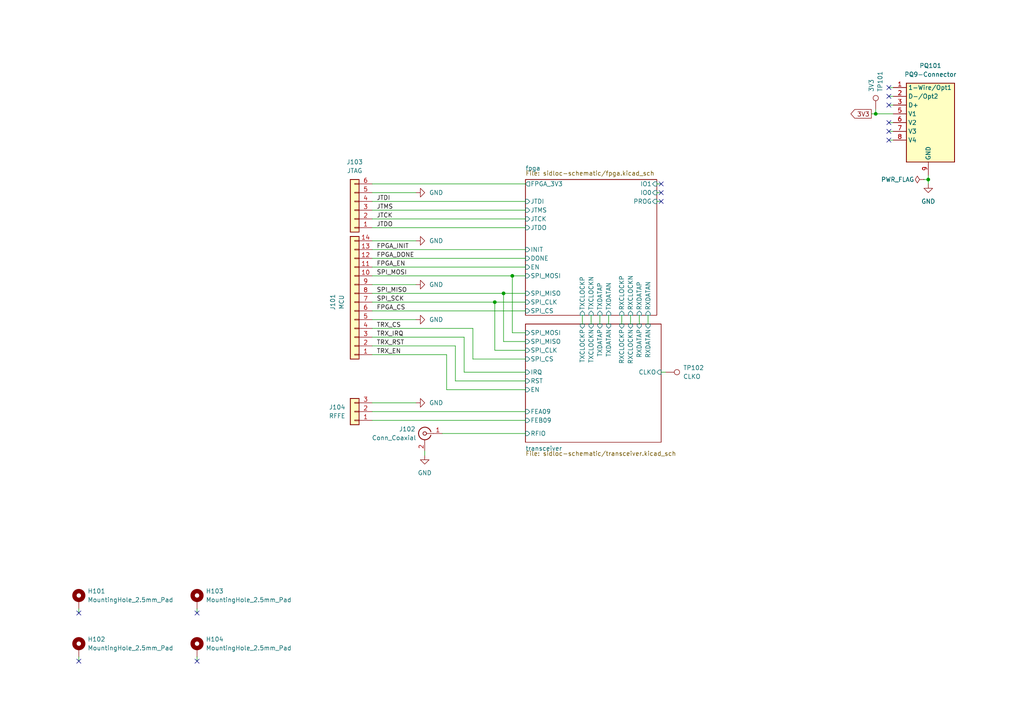
<source format=kicad_sch>
(kicad_sch (version 20211123) (generator eeschema)
  (paper "A4")
  (title_block (title "SIDLOC Transceiver") (company "Libre Space Foundation") (comment 1 "CERN OHL version 2 - Strongly Reciprocal"))
  (lib_symbols
    (symbol "Connector:Conn_Coaxial" (pin_names (offset 1.016) hide)
      (property "Reference" "J" (at 0.254 3.048 0))
      (property "Value" "Conn_Coaxial" (at 2.921 0 90))
      (symbol "Conn_Coaxial_0_1"
        (arc (start -1.778 -0.508) (mid 0.2311 -1.8066) (end 1.778 0) (stroke (width 0.254)))
        (polyline (pts (xy -2.54 0) (xy -0.508 0)))
        (polyline (pts (xy 0 -2.54) (xy 0 -1.778)))
        (circle (center 0 0) (radius 0.508) (stroke (width 0.2032)))
        (arc (start 1.778 0) (mid 0.2099 1.8101) (end -1.778 0.508) (stroke (width 0.254)))
      )
      (symbol "Conn_Coaxial_1_1"
        (pin passive line (at -5.08 0 0) (length 2.54) (name "In") (number "1"))
        (pin passive line (at 0 -5.08 90) (length 2.54) (name "Ext") (number "2"))
      )
    )
    (symbol "Connector:TestPoint" (pin_numbers hide) (pin_names (offset 0.762) hide)
      (property "Reference" "TP" (at 0 6.858 0))
      (property "Value" "TestPoint" (at 0 5.08 0))
      (symbol "TestPoint_0_1"
        (circle (center 0 3.302) (radius 0.762))
      )
      (symbol "TestPoint_1_1"
        (pin passive line (at 0 0 90) (length 2.54) (name "1") (number "1"))
      )
    )
    (symbol "Connector_Generic:Conn_01x03" (pin_names (offset 1.016) hide)
      (property "Reference" "J" (at 0 5.08 0))
      (property "Value" "Conn_01x03" (at 0 -5.08 0))
      (symbol "Conn_01x03_1_1"
        (rectangle (start -1.27 -2.413) (end 0 -2.667) (stroke (width 0.1524)))
        (rectangle (start -1.27 0.127) (end 0 -0.127) (stroke (width 0.1524)))
        (rectangle (start -1.27 2.667) (end 0 2.413) (stroke (width 0.1524)))
        (rectangle (start -1.27 3.81) (end 1.27 -3.81) (stroke (width 0.254)) (fill (type background)))
        (pin passive line (at -5.08 2.54 0) (length 3.81) (name "Pin_1") (number "1"))
        (pin passive line (at -5.08 0 0) (length 3.81) (name "Pin_2") (number "2"))
        (pin passive line (at -5.08 -2.54 0) (length 3.81) (name "Pin_3") (number "3"))
      )
    )
    (symbol "Connector_Generic:Conn_01x06" (pin_names (offset 1.016) hide)
      (property "Reference" "J" (at 0 7.62 0))
      (property "Value" "Conn_01x06" (at 0 -10.16 0))
      (symbol "Conn_01x06_1_1"
        (rectangle (start -1.27 -7.493) (end 0 -7.747) (stroke (width 0.1524)))
        (rectangle (start -1.27 -4.953) (end 0 -5.207) (stroke (width 0.1524)))
        (rectangle (start -1.27 -2.413) (end 0 -2.667) (stroke (width 0.1524)))
        (rectangle (start -1.27 0.127) (end 0 -0.127) (stroke (width 0.1524)))
        (rectangle (start -1.27 2.667) (end 0 2.413) (stroke (width 0.1524)))
        (rectangle (start -1.27 5.207) (end 0 4.953) (stroke (width 0.1524)))
        (rectangle (start -1.27 6.35) (end 1.27 -8.89) (stroke (width 0.254)) (fill (type background)))
        (pin passive line (at -5.08 5.08 0) (length 3.81) (name "Pin_1") (number "1"))
        (pin passive line (at -5.08 2.54 0) (length 3.81) (name "Pin_2") (number "2"))
        (pin passive line (at -5.08 0 0) (length 3.81) (name "Pin_3") (number "3"))
        (pin passive line (at -5.08 -2.54 0) (length 3.81) (name "Pin_4") (number "4"))
        (pin passive line (at -5.08 -5.08 0) (length 3.81) (name "Pin_5") (number "5"))
        (pin passive line (at -5.08 -7.62 0) (length 3.81) (name "Pin_6") (number "6"))
      )
    )
    (symbol "Connector_Generic:Conn_01x14" (pin_names (offset 1.016) hide)
      (property "Reference" "J" (at 0 17.78 0))
      (property "Value" "Conn_01x14" (at 0 -20.32 0))
      (symbol "Conn_01x14_1_1"
        (rectangle (start -1.27 -17.653) (end 0 -17.907) (stroke (width 0.1524)))
        (rectangle (start -1.27 -15.113) (end 0 -15.367) (stroke (width 0.1524)))
        (rectangle (start -1.27 -12.573) (end 0 -12.827) (stroke (width 0.1524)))
        (rectangle (start -1.27 -10.033) (end 0 -10.287) (stroke (width 0.1524)))
        (rectangle (start -1.27 -7.493) (end 0 -7.747) (stroke (width 0.1524)))
        (rectangle (start -1.27 -4.953) (end 0 -5.207) (stroke (width 0.1524)))
        (rectangle (start -1.27 -2.413) (end 0 -2.667) (stroke (width 0.1524)))
        (rectangle (start -1.27 0.127) (end 0 -0.127) (stroke (width 0.1524)))
        (rectangle (start -1.27 2.667) (end 0 2.413) (stroke (width 0.1524)))
        (rectangle (start -1.27 5.207) (end 0 4.953) (stroke (width 0.1524)))
        (rectangle (start -1.27 7.747) (end 0 7.493) (stroke (width 0.1524)))
        (rectangle (start -1.27 10.287) (end 0 10.033) (stroke (width 0.1524)))
        (rectangle (start -1.27 12.827) (end 0 12.573) (stroke (width 0.1524)))
        (rectangle (start -1.27 15.367) (end 0 15.113) (stroke (width 0.1524)))
        (rectangle (start -1.27 16.51) (end 1.27 -19.05) (stroke (width 0.254)) (fill (type background)))
        (pin passive line (at -5.08 15.24 0) (length 3.81) (name "Pin_1") (number "1"))
        (pin passive line (at -5.08 -7.62 0) (length 3.81) (name "Pin_10") (number "10"))
        (pin passive line (at -5.08 -10.16 0) (length 3.81) (name "Pin_11") (number "11"))
        (pin passive line (at -5.08 -12.7 0) (length 3.81) (name "Pin_12") (number "12"))
        (pin passive line (at -5.08 -15.24 0) (length 3.81) (name "Pin_13") (number "13"))
        (pin passive line (at -5.08 -17.78 0) (length 3.81) (name "Pin_14") (number "14"))
        (pin passive line (at -5.08 12.7 0) (length 3.81) (name "Pin_2") (number "2"))
        (pin passive line (at -5.08 10.16 0) (length 3.81) (name "Pin_3") (number "3"))
        (pin passive line (at -5.08 7.62 0) (length 3.81) (name "Pin_4") (number "4"))
        (pin passive line (at -5.08 5.08 0) (length 3.81) (name "Pin_5") (number "5"))
        (pin passive line (at -5.08 2.54 0) (length 3.81) (name "Pin_6") (number "6"))
        (pin passive line (at -5.08 0 0) (length 3.81) (name "Pin_7") (number "7"))
        (pin passive line (at -5.08 -2.54 0) (length 3.81) (name "Pin_8") (number "8"))
        (pin passive line (at -5.08 -5.08 0) (length 3.81) (name "Pin_9") (number "9"))
      )
    )
    (symbol "Mechanical:MountingHole_Pad" (pin_numbers hide) (pin_names (offset 1.016) hide)
      (property "Reference" "H" (at 0 6.35 0))
      (property "Value" "MountingHole_Pad" (at 0 4.445 0))
      (symbol "MountingHole_Pad_0_1"
        (circle (center 0 1.27) (radius 1.27) (stroke (width 1.27)))
      )
      (symbol "MountingHole_Pad_1_1"
        (pin input line (at 0 -2.54 90) (length 2.54) (name "1") (number "1"))
      )
    )
    (symbol "lsf-kicad:PQ9-Connector"
      (property "Reference" "PQ" (at -3.81 12.7 0))
      (property "Value" "PQ9-Connector" (at 7.62 12.7 0))
      (symbol "PQ9-Connector_0_1"
        (rectangle (start -6.35 11.43) (end 7.62 -11.43) (stroke (width 0.254)) (fill (type background)))
      )
      (symbol "PQ9-Connector_1_1"
        (pin bidirectional line (at -10.16 10.16 0) (length 3.81) (name "1-Wire/Opt1") (number "1"))
        (pin bidirectional line (at -10.16 7.62 0) (length 3.81) (name "D-/Opt2") (number "2"))
        (pin bidirectional line (at -10.16 5.08 0) (length 3.81) (name "D+") (number "3"))
        (pin passive line (at 0 -15.24 90) (length 3.81) hide (name "GND") (number "4"))
        (pin power_out line (at -10.16 2.54 0) (length 3.81) (name "V1") (number "5"))
        (pin power_out line (at -10.16 0 0) (length 3.81) (name "V2") (number "6"))
        (pin power_out line (at -10.16 -2.54 0) (length 3.81) (name "V3") (number "7"))
        (pin power_out line (at -10.16 -5.08 0) (length 3.81) (name "V4") (number "8"))
        (pin power_in line (at 0 -15.24 90) (length 3.81) (name "GND") (number "9"))
      )
    )
    (symbol "power:GND" (power) (pin_names (offset 0))
      (property "Value" "GND" (at 0 -3.81 0))
      (symbol "GND_0_1"
        (polyline (pts (xy 0 0) (xy 0 -1.27) (xy 1.27 -1.27) (xy 0 -2.54) (xy -1.27 -1.27) (xy 0 -1.27)))
      )
      (symbol "GND_1_1"
        (pin power_in line (at 0 0 270) (length 0) hide (name "GND") (number "1"))
      )
    )
    (symbol "power:PWR_FLAG" (power) (pin_numbers hide) (pin_names (offset 0) hide)
      (property "Value" "PWR_FLAG" (at 0 3.81 0))
      (symbol "PWR_FLAG_0_0"
        (pin power_out line (at 0 0 90) (length 0) (name "pwr") (number "1"))
      )
      (symbol "PWR_FLAG_0_1"
        (polyline (pts (xy 0 0) (xy 0 1.27) (xy -1.016 1.905) (xy 0 2.54) (xy 1.016 1.905) (xy 0 1.27)))
      )
    )
  )
  (junction (at 143.51 87.63))
  (junction (at 146.05 85.09))
  (junction (at 254 33.02))
  (junction (at 148.59 80.01))
  (junction (at 269.24 52.07))
  (no_connect (at 22.86 177.8))
  (no_connect (at 22.86 191.77))
  (no_connect (at 57.15 177.8))
  (no_connect (at 57.15 191.77))
  (no_connect (at 191.77 53.34))
  (no_connect (at 191.77 55.88))
  (no_connect (at 191.77 58.42))
  (no_connect (at 257.81 35.56))
  (no_connect (at 257.81 27.94))
  (no_connect (at 257.81 30.48))
  (no_connect (at 257.81 25.4))
  (no_connect (at 257.81 40.64))
  (no_connect (at 257.81 38.1))
  (wire (pts (xy 107.95 63.5) (xy 152.4 63.5)))
  (wire (pts (xy 107.95 80.01) (xy 148.59 80.01)))
  (wire (pts (xy 269.24 52.07) (xy 267.97 52.07)))
  (wire (pts (xy 259.08 30.48) (xy 257.81 30.48)))
  (wire (pts (xy 180.34 91.44) (xy 180.34 93.98)))
  (wire (pts (xy 107.95 100.33) (xy 132.08 100.33)))
  (wire (pts (xy 57.15 176.53) (xy 57.15 177.8)))
  (wire (pts (xy 107.95 92.71) (xy 120.65 92.71)))
  (wire (pts (xy 129.54 113.03) (xy 152.4 113.03)))
  (wire (pts (xy 22.86 190.5) (xy 22.86 191.77)))
  (wire (pts (xy 134.62 97.79) (xy 134.62 107.95)))
  (wire (pts (xy 187.96 91.44) (xy 187.96 93.98)))
  (wire (pts (xy 107.95 53.34) (xy 152.4 53.34)))
  (wire (pts (xy 137.16 104.14) (xy 152.4 104.14)))
  (wire (pts (xy 107.95 55.88) (xy 120.65 55.88)))
  (wire (pts (xy 107.95 97.79) (xy 134.62 97.79)))
  (wire (pts (xy 148.59 96.52) (xy 148.59 80.01)))
  (wire (pts (xy 107.95 90.17) (xy 152.4 90.17)))
  (wire (pts (xy 148.59 96.52) (xy 152.4 96.52)))
  (wire (pts (xy 259.08 25.4) (xy 257.81 25.4)))
  (wire (pts (xy 22.86 176.53) (xy 22.86 177.8)))
  (wire (pts (xy 107.95 119.38) (xy 152.4 119.38)))
  (wire (pts (xy 259.08 27.94) (xy 257.81 27.94)))
  (wire (pts (xy 185.42 91.44) (xy 185.42 93.98)))
  (wire (pts (xy 146.05 85.09) (xy 152.4 85.09)))
  (wire (pts (xy 143.51 87.63) (xy 143.51 101.6)))
  (wire (pts (xy 107.95 116.84) (xy 120.65 116.84)))
  (wire (pts (xy 190.5 58.42) (xy 191.77 58.42)))
  (wire (pts (xy 259.08 40.64) (xy 257.81 40.64)))
  (wire (pts (xy 134.62 107.95) (xy 152.4 107.95)))
  (wire (pts (xy 168.91 91.44) (xy 168.91 93.98)))
  (wire (pts (xy 190.5 55.88) (xy 191.77 55.88)))
  (wire (pts (xy 259.08 33.02) (xy 254 33.02)))
  (wire (pts (xy 137.16 95.25) (xy 137.16 104.14)))
  (wire (pts (xy 107.95 85.09) (xy 146.05 85.09)))
  (wire (pts (xy 132.08 100.33) (xy 132.08 110.49)))
  (wire (pts (xy 132.08 110.49) (xy 152.4 110.49)))
  (wire (pts (xy 152.4 101.6) (xy 143.51 101.6)))
  (wire (pts (xy 152.4 80.01) (xy 148.59 80.01)))
  (wire (pts (xy 107.95 72.39) (xy 152.4 72.39)))
  (wire (pts (xy 182.88 91.44) (xy 182.88 93.98)))
  (wire (pts (xy 269.24 50.8) (xy 269.24 52.07)))
  (wire (pts (xy 176.53 91.44) (xy 176.53 93.98)))
  (wire (pts (xy 128.27 125.73) (xy 152.4 125.73)))
  (wire (pts (xy 254 31.75) (xy 254 33.02)))
  (wire (pts (xy 171.45 91.44) (xy 171.45 93.98)))
  (wire (pts (xy 107.95 102.87) (xy 129.54 102.87)))
  (wire (pts (xy 123.19 130.81) (xy 123.19 132.08)))
  (wire (pts (xy 146.05 99.06) (xy 146.05 85.09)))
  (wire (pts (xy 173.99 91.44) (xy 173.99 93.98)))
  (wire (pts (xy 191.77 107.95) (xy 193.04 107.95)))
  (wire (pts (xy 143.51 87.63) (xy 152.4 87.63)))
  (wire (pts (xy 107.95 87.63) (xy 143.51 87.63)))
  (wire (pts (xy 107.95 69.85) (xy 120.65 69.85)))
  (wire (pts (xy 107.95 82.55) (xy 120.65 82.55)))
  (wire (pts (xy 107.95 74.93) (xy 152.4 74.93)))
  (wire (pts (xy 107.95 58.42) (xy 152.4 58.42)))
  (wire (pts (xy 146.05 99.06) (xy 152.4 99.06)))
  (wire (pts (xy 107.95 66.04) (xy 152.4 66.04)))
  (wire (pts (xy 190.5 53.34) (xy 191.77 53.34)))
  (wire (pts (xy 107.95 60.96) (xy 152.4 60.96)))
  (wire (pts (xy 259.08 38.1) (xy 257.81 38.1)))
  (wire (pts (xy 107.95 77.47) (xy 152.4 77.47)))
  (wire (pts (xy 129.54 102.87) (xy 129.54 113.03)))
  (wire (pts (xy 254 33.02) (xy 252.73 33.02)))
  (wire (pts (xy 107.95 95.25) (xy 137.16 95.25)))
  (wire (pts (xy 269.24 52.07) (xy 269.24 53.34)))
  (wire (pts (xy 57.15 190.5) (xy 57.15 191.77)))
  (wire (pts (xy 107.95 121.92) (xy 152.4 121.92)))
  (wire (pts (xy 259.08 35.56) (xy 257.81 35.56)))
  (label "FPGA_EN" (at 109.22 77.47 0))
  (label "JTMS" (at 109.22 60.96 0))
  (label "JTDO" (at 109.22 66.04 0))
  (label "JTDI" (at 109.22 58.42 0))
  (label "TRX_EN" (at 109.22 102.87 0))
  (label "SPI_MOSI" (at 109.22 80.01 0))
  (label "SPI_MISO" (at 109.22 85.09 0))
  (label "TRX_CS" (at 109.22 95.25 0))
  (label "TRX_IRQ" (at 109.22 97.79 0))
  (label "TRX_RST" (at 109.22 100.33 0))
  (label "FPGA_DONE" (at 109.22 74.93 0))
  (label "FPGA_CS" (at 109.22 90.17 0))
  (label "JTCK" (at 109.22 63.5 0))
  (label "FPGA_INIT" (at 109.22 72.39 0))
  (label "SPI_SCK" (at 109.22 87.63 0))
  (global_label "3V3" (shape output) (at 252.73 33.02 180) (property "Intersheet References" "${INTERSHEET_REFS}" (effects hide)))
  (symbol (lib_id "Connector_Generic:Conn_01x03") (at 102.87 119.38 180) (unit 1)
    (property "Reference" "J104" (at 97.79 118.11 0))
    (property "Value" "RFFE" (at 97.79 120.65 0))
    (property "Footprint" "Connector_Molex:Molex_PicoBlade_53261-0371_1x03-1MP_P1.25mm_Horizontal" (effects hide))
  )
  (symbol (lib_id "power:GND") (at 120.65 55.88 90) (unit 1)
    (property "Reference" "#PWR0104" (effects hide))
    (property "Value" "GND" (at 124.46 55.8799 90) (effects (justify right)))
  )
  (symbol (lib_id "power:GND") (at 269.24 53.34 0) (mirror y) (unit 1)
    (property "Reference" "#PWR0105" (effects hide))
    (property "Value" "GND" (at 269.24 58.42 0))
  )
  (symbol (lib_id "Mechanical:MountingHole_Pad") (at 57.15 173.99 0) (unit 1) (in_bom no)
    (property "Reference" "H103" (at 59.69 171.4499 0) (effects (justify left)))
    (property "Value" "MountingHole_2.5mm_Pad" (at 59.69 173.9899 0) (effects (justify left)))
    (property "Footprint" "MountingHole:MountingHole_2.5mm_Pad" (effects hide))
  )
  (symbol (lib_id "Mechanical:MountingHole_Pad") (at 57.15 187.96 0) (unit 1) (in_bom no)
    (property "Reference" "H104" (at 59.69 185.4199 0) (effects (justify left)))
    (property "Value" "MountingHole_2.5mm_Pad" (at 59.69 187.9599 0) (effects (justify left)))
    (property "Footprint" "MountingHole:MountingHole_2.5mm_Pad" (effects hide))
  )
  (symbol (lib_id "Connector:TestPoint") (at 193.04 107.95 270) (unit 1) (in_bom no)
    (property "Reference" "TP102" (at 198.12 106.68 90) (effects (justify left)))
    (property "Value" "CLKO" (at 198.12 109.22 90) (effects (justify left)))
    (property "Footprint" "TestPoint:TestPoint_Pad_D1.0mm" (effects hide))
  )
  (symbol (lib_id "Mechanical:MountingHole_Pad") (at 22.86 187.96 0) (unit 1) (in_bom no)
    (property "Reference" "H102" (at 25.4 185.4199 0) (effects (justify left)))
    (property "Value" "MountingHole_2.5mm_Pad" (at 25.4 187.9599 0) (effects (justify left)))
    (property "Footprint" "MountingHole:MountingHole_2.5mm_Pad" (effects hide))
  )
  (symbol (lib_id "power:GND") (at 120.65 116.84 90) (unit 1)
    (property "Reference" "#PWR0107" (effects hide))
    (property "Value" "GND" (at 124.46 116.8399 90) (effects (justify right)))
  )
  (symbol (lib_id "power:GND") (at 120.65 92.71 90) (unit 1)
    (property "Reference" "#PWR0106" (effects hide))
    (property "Value" "GND" (at 124.46 92.7099 90) (effects (justify right)))
  )
  (symbol (lib_id "Connector:TestPoint") (at 254 31.75 0) (mirror y) (unit 1) (in_bom no)
    (property "Reference" "TP101" (at 255.27 26.67 90) (effects (justify left)))
    (property "Value" "3V3" (at 252.73 26.67 90) (effects (justify left)))
    (property "Footprint" "lsf-kicad-lib:TestPoint_D0.8mm_Mask-Only" (effects hide))
  )
  (symbol (lib_id "power:GND") (at 123.19 132.08 0) (unit 1)
    (property "Reference" "#PWR0101" (effects hide))
    (property "Value" "GND" (at 123.19 137.16 0))
  )
  (symbol (lib_id "Connector_Generic:Conn_01x06") (at 102.87 60.96 180) (unit 1)
    (property "Reference" "J103" (at 102.87 46.99 0))
    (property "Value" "JTAG" (at 102.87 49.53 0))
    (property "Footprint" "Connector_Molex:Molex_PicoBlade_53261-0671_1x06-1MP_P1.25mm_Horizontal" (effects hide))
    (property "Mnf." "Molex" (effects hide))
    (property "PartNumber" "53261-0671" (effects hide))
  )
  (symbol (lib_id "power:GND") (at 120.65 69.85 90) (unit 1)
    (property "Reference" "#PWR0102" (effects hide))
    (property "Value" "GND" (at 124.46 69.8499 90) (effects (justify right)))
  )
  (symbol (lib_id "lsf-kicad:PQ9-Connector") (at 269.24 35.56 0) (unit 1)
    (property "Reference" "PQ101" (at 269.875 19.05 0))
    (property "Value" "PQ9-Connector" (at 269.875 21.59 0))
    (property "Footprint" "Connector_PinSocket_2.00mm:PinSocket_1x09_P2.00mm_Vertical" (effects hide))
    (property "Datasheet" "https://libre.space/pq9ish" (effects hide))
    (property "Mnf." "Samtec" (effects hide))
    (property "PartNumber" "SQT-109-03-L-S" (effects hide))
  )
  (symbol (lib_id "Connector_Generic:Conn_01x14") (at 102.87 87.63 180) (unit 1)
    (property "Reference" "J101" (at 96.52 87.63 90))
    (property "Value" "MCU" (at 99.06 87.63 90))
    (property "Footprint" "Connector_Molex:Molex_PicoBlade_53261-1471_1x14-1MP_P1.25mm_Horizontal" (effects hide))
    (property "Mnf." "Molex" (effects hide))
    (property "PartNumber" "53261-1471" (effects hide))
  )
  (symbol (lib_id "power:GND") (at 120.65 82.55 90) (unit 1)
    (property "Reference" "#PWR0103" (effects hide))
    (property "Value" "GND" (at 124.46 82.5499 90) (effects (justify right)))
  )
  (symbol (lib_id "power:PWR_FLAG") (at 267.97 52.07 90) (mirror x) (unit 1)
    (property "Reference" "#FLG0101" (effects hide))
    (property "Value" "PWR_FLAG" (at 260.35 52.07 90))
  )
  (symbol (lib_id "Mechanical:MountingHole_Pad") (at 22.86 173.99 0) (unit 1) (in_bom no)
    (property "Reference" "H101" (at 25.4 171.4499 0) (effects (justify left)))
    (property "Value" "MountingHole_2.5mm_Pad" (at 25.4 173.9899 0) (effects (justify left)))
    (property "Footprint" "MountingHole:MountingHole_2.5mm_Pad" (effects hide))
  )
  (symbol (lib_id "Connector:Conn_Coaxial") (at 123.19 125.73 0) (mirror y) (unit 1)
    (property "Reference" "J102" (at 118.11 124.46 0))
    (property "Value" "Conn_Coaxial" (at 114.3 127 0))
    (property "Footprint" "Connector_Coaxial:U.FL_Hirose_U.FL-R-SMT-1_Vertical" (effects hide))
    (property "Datasheet" " ~" (effects hide))
    (property "Mnf." "Hirose" (effects hide))
    (property "PartNumber" "U.FL-R-SMT(01)" (effects hide))
  )
  (sheet (at 152.4 52.07) (size 38.1 39.37) (stroke (width 0.1524))
    (property "Sheet name" "fpga" (at 152.4 49.53 0) (effects (justify left bottom)))
    (property "Sheet file" "sidloc-schematic/fpga.kicad_sch" (at 152.4 49.53 0) (effects (justify left top)))
    (pin "RXCLOCKN" input (at 182.88 91.44 270))
    (pin "TXCLOCKN" input (at 171.45 91.44 270))
    (pin "TXCLOCKP" input (at 168.91 91.44 270))
    (pin "RXDATAP" input (at 185.42 91.44 270))
    (pin "RXCLOCKP" input (at 180.34 91.44 270))
    (pin "TXDATAN" input (at 176.53 91.44 270))
    (pin "TXDATAP" input (at 173.99 91.44 270))
    (pin "RXDATAN" input (at 187.96 91.44 270))
    (pin "SPI_MISO" input (at 152.4 85.09 180))
    (pin "SPI_MOSI" input (at 152.4 80.01 180))
    (pin "SPI_CLK" input (at 152.4 87.63 180))
    (pin "SPI_CS" input (at 152.4 90.17 180))
    (pin "JTDO" input (at 152.4 66.04 180))
    (pin "JTMS" input (at 152.4 60.96 180))
    (pin "JTDI" input (at 152.4 58.42 180))
    (pin "JTCK" input (at 152.4 63.5 180))
    (pin "FPGA_3V3" output (at 152.4 53.34 180))
    (pin "EN" input (at 152.4 77.47 180))
    (pin "INIT" input (at 152.4 72.39 180))
    (pin "PROG" input (at 190.5 58.42 0))
    (pin "DONE" input (at 152.4 74.93 180))
    (pin "IO0" input (at 190.5 55.88 0))
    (pin "IO1" input (at 190.5 53.34 0))
  )
  (sheet (at 152.4 93.98) (size 39.37 34.29) (stroke (width 0.1524))
    (property "Sheet name" "transceiver" (at 152.4 130.81 0) (effects (justify left bottom)))
    (property "Sheet file" "sidloc-schematic/transceiver.kicad_sch" (at 152.4 130.81 0) (effects (justify left top)))
    (pin "RST" input (at 152.4 110.49 180))
    (pin "TXCLOCKN" input (at 171.45 93.98 90))
    (pin "TXCLOCKP" input (at 168.91 93.98 90))
    (pin "TXDATAP" input (at 173.99 93.98 90))
    (pin "RXDATAP" input (at 185.42 93.98 90))
    (pin "RXCLOCKP" input (at 180.34 93.98 90))
    (pin "RXDATAN" input (at 187.96 93.98 90))
    (pin "TXDATAN" input (at 176.53 93.98 90))
    (pin "RXCLOCKN" input (at 182.88 93.98 90))
    (pin "SPI_CS" input (at 152.4 104.14 180))
    (pin "SPI_MISO" input (at 152.4 99.06 180))
    (pin "SPI_CLK" input (at 152.4 101.6 180))
    (pin "IRQ" input (at 152.4 107.95 180))
    (pin "SPI_MOSI" input (at 152.4 96.52 180))
    (pin "RFIO" input (at 152.4 125.73 180))
    (pin "EN" input (at 152.4 113.03 180))
    (pin "FEA09" input (at 152.4 119.38 180))
    (pin "CLKO" input (at 191.77 107.95 0))
    (pin "FEB09" input (at 152.4 121.92 180))
  )
)
</source>
